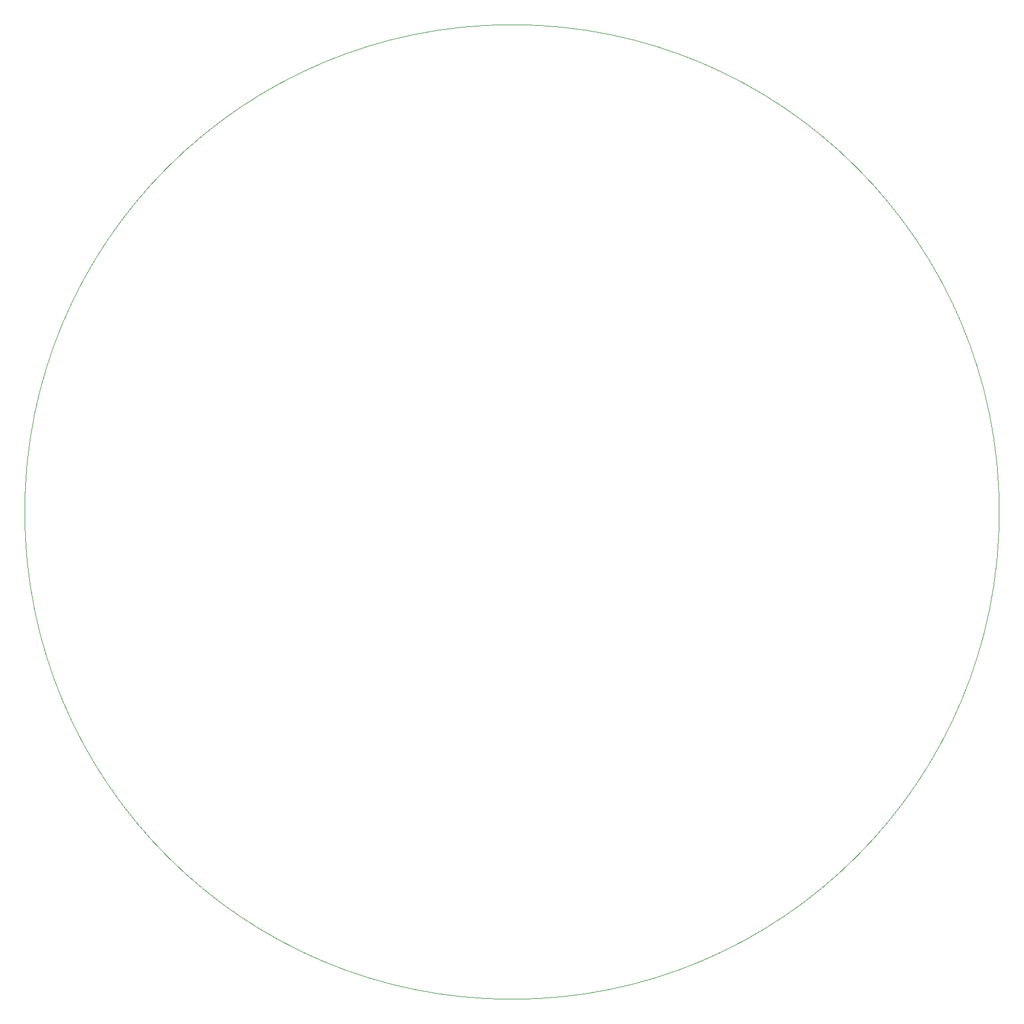
<source format=gbr>
%TF.GenerationSoftware,KiCad,Pcbnew,7.0.7*%
%TF.CreationDate,2024-11-28T18:31:40+01:00*%
%TF.ProjectId,FaceDCF77,46616365-4443-4463-9737-2e6b69636164,rev?*%
%TF.SameCoordinates,Original*%
%TF.FileFunction,Profile,NP*%
%FSLAX46Y46*%
G04 Gerber Fmt 4.6, Leading zero omitted, Abs format (unit mm)*
G04 Created by KiCad (PCBNEW 7.0.7) date 2024-11-28 18:31:40*
%MOMM*%
%LPD*%
G01*
G04 APERTURE LIST*
%TA.AperFunction,Profile*%
%ADD10C,0.100000*%
%TD*%
G04 APERTURE END LIST*
D10*
X202928895Y-93373959D02*
G75*
G03*
X202928895Y-93373959I-72000000J0D01*
G01*
M02*

</source>
